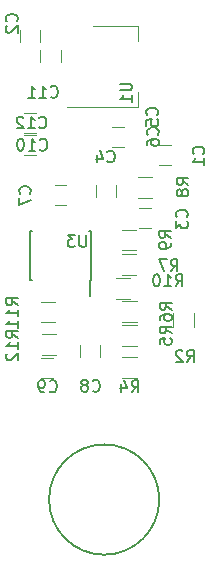
<source format=gbr>
G04 #@! TF.FileFunction,Legend,Bot*
%FSLAX46Y46*%
G04 Gerber Fmt 4.6, Leading zero omitted, Abs format (unit mm)*
G04 Created by KiCad (PCBNEW 4.0.4-stable) date 03/30/17 11:45:36*
%MOMM*%
%LPD*%
G01*
G04 APERTURE LIST*
%ADD10C,0.100000*%
%ADD11C,0.127000*%
%ADD12C,0.120000*%
%ADD13C,0.150000*%
G04 APERTURE END LIST*
D10*
D11*
X155736905Y-100885000D02*
G75*
G03X155736905Y-100885000I-4666905J0D01*
G01*
D12*
X146870000Y-74280000D02*
X147870000Y-74280000D01*
X147870000Y-75980000D02*
X146870000Y-75980000D01*
X153900000Y-60820000D02*
X153900000Y-62080000D01*
X153900000Y-67640000D02*
X153900000Y-66380000D01*
X150140000Y-60820000D02*
X153900000Y-60820000D01*
X147890000Y-67640000D02*
X153900000Y-67640000D01*
X153960000Y-75330000D02*
X155160000Y-75330000D01*
X155160000Y-73570000D02*
X153960000Y-73570000D01*
X156740000Y-72580000D02*
X155740000Y-72580000D01*
X155740000Y-70880000D02*
X156740000Y-70880000D01*
X155060000Y-77930000D02*
X154060000Y-77930000D01*
X154060000Y-76230000D02*
X155060000Y-76230000D01*
X152050000Y-74260000D02*
X152050000Y-75260000D01*
X150350000Y-75260000D02*
X150350000Y-74260000D01*
X151750000Y-67650000D02*
X152750000Y-67650000D01*
X152750000Y-69350000D02*
X151750000Y-69350000D01*
X151750000Y-69350000D02*
X152750000Y-69350000D01*
X152750000Y-71050000D02*
X151750000Y-71050000D01*
X146750000Y-90560000D02*
X145750000Y-90560000D01*
X145750000Y-88860000D02*
X146750000Y-88860000D01*
X145300000Y-71750000D02*
X144300000Y-71750000D01*
X144300000Y-70050000D02*
X145300000Y-70050000D01*
X153810000Y-88800000D02*
X152610000Y-88800000D01*
X152610000Y-90560000D02*
X153810000Y-90560000D01*
X152620000Y-87860000D02*
X153820000Y-87860000D01*
X153820000Y-86100000D02*
X152620000Y-86100000D01*
X153820000Y-84110000D02*
X152620000Y-84110000D01*
X152620000Y-85870000D02*
X153820000Y-85870000D01*
X153790000Y-80090000D02*
X152590000Y-80090000D01*
X152590000Y-81850000D02*
X153790000Y-81850000D01*
X152590000Y-79790000D02*
X153790000Y-79790000D01*
X153790000Y-78030000D02*
X152590000Y-78030000D01*
X152080000Y-83890000D02*
X153280000Y-83890000D01*
X153280000Y-82130000D02*
X152080000Y-82130000D01*
X145730000Y-85880000D02*
X146930000Y-85880000D01*
X146930000Y-84120000D02*
X145730000Y-84120000D01*
X145770000Y-88640000D02*
X146970000Y-88640000D01*
X146970000Y-86880000D02*
X145770000Y-86880000D01*
X143920000Y-62150000D02*
X143920000Y-61150000D01*
X145620000Y-61150000D02*
X145620000Y-62150000D01*
X148990000Y-88820000D02*
X148990000Y-87820000D01*
X150690000Y-87820000D02*
X150690000Y-88820000D01*
X145680000Y-63850000D02*
X145680000Y-62850000D01*
X147380000Y-62850000D02*
X147380000Y-63850000D01*
X158690000Y-86260000D02*
X158690000Y-85060000D01*
X156930000Y-85060000D02*
X156930000Y-86260000D01*
X145300000Y-69840000D02*
X144300000Y-69840000D01*
X144300000Y-68140000D02*
X145300000Y-68140000D01*
D13*
X149965000Y-82265000D02*
X149915000Y-82265000D01*
X149965000Y-78115000D02*
X149820000Y-78115000D01*
X144815000Y-78115000D02*
X144960000Y-78115000D01*
X144815000Y-82265000D02*
X144960000Y-82265000D01*
X149965000Y-82265000D02*
X149965000Y-78115000D01*
X144815000Y-82265000D02*
X144815000Y-78115000D01*
X149915000Y-82265000D02*
X149915000Y-83665000D01*
X144787143Y-74983334D02*
X144834762Y-74935715D01*
X144882381Y-74792858D01*
X144882381Y-74697620D01*
X144834762Y-74554762D01*
X144739524Y-74459524D01*
X144644286Y-74411905D01*
X144453810Y-74364286D01*
X144310952Y-74364286D01*
X144120476Y-74411905D01*
X144025238Y-74459524D01*
X143930000Y-74554762D01*
X143882381Y-74697620D01*
X143882381Y-74792858D01*
X143930000Y-74935715D01*
X143977619Y-74983334D01*
X143882381Y-75316667D02*
X143882381Y-75983334D01*
X144882381Y-75554762D01*
X152422381Y-65668095D02*
X153231905Y-65668095D01*
X153327143Y-65715714D01*
X153374762Y-65763333D01*
X153422381Y-65858571D01*
X153422381Y-66049048D01*
X153374762Y-66144286D01*
X153327143Y-66191905D01*
X153231905Y-66239524D01*
X152422381Y-66239524D01*
X153422381Y-67239524D02*
X153422381Y-66668095D01*
X153422381Y-66953809D02*
X152422381Y-66953809D01*
X152565238Y-66858571D01*
X152660476Y-66763333D01*
X152708095Y-66668095D01*
X158202381Y-74243334D02*
X157726190Y-73910000D01*
X158202381Y-73671905D02*
X157202381Y-73671905D01*
X157202381Y-74052858D01*
X157250000Y-74148096D01*
X157297619Y-74195715D01*
X157392857Y-74243334D01*
X157535714Y-74243334D01*
X157630952Y-74195715D01*
X157678571Y-74148096D01*
X157726190Y-74052858D01*
X157726190Y-73671905D01*
X157630952Y-74814762D02*
X157583333Y-74719524D01*
X157535714Y-74671905D01*
X157440476Y-74624286D01*
X157392857Y-74624286D01*
X157297619Y-74671905D01*
X157250000Y-74719524D01*
X157202381Y-74814762D01*
X157202381Y-75005239D01*
X157250000Y-75100477D01*
X157297619Y-75148096D01*
X157392857Y-75195715D01*
X157440476Y-75195715D01*
X157535714Y-75148096D01*
X157583333Y-75100477D01*
X157630952Y-75005239D01*
X157630952Y-74814762D01*
X157678571Y-74719524D01*
X157726190Y-74671905D01*
X157821429Y-74624286D01*
X158011905Y-74624286D01*
X158107143Y-74671905D01*
X158154762Y-74719524D01*
X158202381Y-74814762D01*
X158202381Y-75005239D01*
X158154762Y-75100477D01*
X158107143Y-75148096D01*
X158011905Y-75195715D01*
X157821429Y-75195715D01*
X157726190Y-75148096D01*
X157678571Y-75100477D01*
X157630952Y-75005239D01*
X159467143Y-71613334D02*
X159514762Y-71565715D01*
X159562381Y-71422858D01*
X159562381Y-71327620D01*
X159514762Y-71184762D01*
X159419524Y-71089524D01*
X159324286Y-71041905D01*
X159133810Y-70994286D01*
X158990952Y-70994286D01*
X158800476Y-71041905D01*
X158705238Y-71089524D01*
X158610000Y-71184762D01*
X158562381Y-71327620D01*
X158562381Y-71422858D01*
X158610000Y-71565715D01*
X158657619Y-71613334D01*
X159562381Y-72565715D02*
X159562381Y-71994286D01*
X159562381Y-72280000D02*
X158562381Y-72280000D01*
X158705238Y-72184762D01*
X158800476Y-72089524D01*
X158848095Y-71994286D01*
X158047143Y-76953334D02*
X158094762Y-76905715D01*
X158142381Y-76762858D01*
X158142381Y-76667620D01*
X158094762Y-76524762D01*
X157999524Y-76429524D01*
X157904286Y-76381905D01*
X157713810Y-76334286D01*
X157570952Y-76334286D01*
X157380476Y-76381905D01*
X157285238Y-76429524D01*
X157190000Y-76524762D01*
X157142381Y-76667620D01*
X157142381Y-76762858D01*
X157190000Y-76905715D01*
X157237619Y-76953334D01*
X157142381Y-77286667D02*
X157142381Y-77905715D01*
X157523333Y-77572381D01*
X157523333Y-77715239D01*
X157570952Y-77810477D01*
X157618571Y-77858096D01*
X157713810Y-77905715D01*
X157951905Y-77905715D01*
X158047143Y-77858096D01*
X158094762Y-77810477D01*
X158142381Y-77715239D01*
X158142381Y-77429524D01*
X158094762Y-77334286D01*
X158047143Y-77286667D01*
X151346666Y-72247143D02*
X151394285Y-72294762D01*
X151537142Y-72342381D01*
X151632380Y-72342381D01*
X151775238Y-72294762D01*
X151870476Y-72199524D01*
X151918095Y-72104286D01*
X151965714Y-71913810D01*
X151965714Y-71770952D01*
X151918095Y-71580476D01*
X151870476Y-71485238D01*
X151775238Y-71390000D01*
X151632380Y-71342381D01*
X151537142Y-71342381D01*
X151394285Y-71390000D01*
X151346666Y-71437619D01*
X150489523Y-71675714D02*
X150489523Y-72342381D01*
X150727619Y-71294762D02*
X150965714Y-72009048D01*
X150346666Y-72009048D01*
X155547143Y-68313334D02*
X155594762Y-68265715D01*
X155642381Y-68122858D01*
X155642381Y-68027620D01*
X155594762Y-67884762D01*
X155499524Y-67789524D01*
X155404286Y-67741905D01*
X155213810Y-67694286D01*
X155070952Y-67694286D01*
X154880476Y-67741905D01*
X154785238Y-67789524D01*
X154690000Y-67884762D01*
X154642381Y-68027620D01*
X154642381Y-68122858D01*
X154690000Y-68265715D01*
X154737619Y-68313334D01*
X154642381Y-69218096D02*
X154642381Y-68741905D01*
X155118571Y-68694286D01*
X155070952Y-68741905D01*
X155023333Y-68837143D01*
X155023333Y-69075239D01*
X155070952Y-69170477D01*
X155118571Y-69218096D01*
X155213810Y-69265715D01*
X155451905Y-69265715D01*
X155547143Y-69218096D01*
X155594762Y-69170477D01*
X155642381Y-69075239D01*
X155642381Y-68837143D01*
X155594762Y-68741905D01*
X155547143Y-68694286D01*
X155597143Y-69993334D02*
X155644762Y-69945715D01*
X155692381Y-69802858D01*
X155692381Y-69707620D01*
X155644762Y-69564762D01*
X155549524Y-69469524D01*
X155454286Y-69421905D01*
X155263810Y-69374286D01*
X155120952Y-69374286D01*
X154930476Y-69421905D01*
X154835238Y-69469524D01*
X154740000Y-69564762D01*
X154692381Y-69707620D01*
X154692381Y-69802858D01*
X154740000Y-69945715D01*
X154787619Y-69993334D01*
X154692381Y-70850477D02*
X154692381Y-70660000D01*
X154740000Y-70564762D01*
X154787619Y-70517143D01*
X154930476Y-70421905D01*
X155120952Y-70374286D01*
X155501905Y-70374286D01*
X155597143Y-70421905D01*
X155644762Y-70469524D01*
X155692381Y-70564762D01*
X155692381Y-70755239D01*
X155644762Y-70850477D01*
X155597143Y-70898096D01*
X155501905Y-70945715D01*
X155263810Y-70945715D01*
X155168571Y-70898096D01*
X155120952Y-70850477D01*
X155073333Y-70755239D01*
X155073333Y-70564762D01*
X155120952Y-70469524D01*
X155168571Y-70421905D01*
X155263810Y-70374286D01*
X146446666Y-91697143D02*
X146494285Y-91744762D01*
X146637142Y-91792381D01*
X146732380Y-91792381D01*
X146875238Y-91744762D01*
X146970476Y-91649524D01*
X147018095Y-91554286D01*
X147065714Y-91363810D01*
X147065714Y-91220952D01*
X147018095Y-91030476D01*
X146970476Y-90935238D01*
X146875238Y-90840000D01*
X146732380Y-90792381D01*
X146637142Y-90792381D01*
X146494285Y-90840000D01*
X146446666Y-90887619D01*
X145970476Y-91792381D02*
X145780000Y-91792381D01*
X145684761Y-91744762D01*
X145637142Y-91697143D01*
X145541904Y-91554286D01*
X145494285Y-91363810D01*
X145494285Y-90982857D01*
X145541904Y-90887619D01*
X145589523Y-90840000D01*
X145684761Y-90792381D01*
X145875238Y-90792381D01*
X145970476Y-90840000D01*
X146018095Y-90887619D01*
X146065714Y-90982857D01*
X146065714Y-91220952D01*
X146018095Y-91316190D01*
X145970476Y-91363810D01*
X145875238Y-91411429D01*
X145684761Y-91411429D01*
X145589523Y-91363810D01*
X145541904Y-91316190D01*
X145494285Y-91220952D01*
X145622857Y-71237143D02*
X145670476Y-71284762D01*
X145813333Y-71332381D01*
X145908571Y-71332381D01*
X146051429Y-71284762D01*
X146146667Y-71189524D01*
X146194286Y-71094286D01*
X146241905Y-70903810D01*
X146241905Y-70760952D01*
X146194286Y-70570476D01*
X146146667Y-70475238D01*
X146051429Y-70380000D01*
X145908571Y-70332381D01*
X145813333Y-70332381D01*
X145670476Y-70380000D01*
X145622857Y-70427619D01*
X144670476Y-71332381D02*
X145241905Y-71332381D01*
X144956191Y-71332381D02*
X144956191Y-70332381D01*
X145051429Y-70475238D01*
X145146667Y-70570476D01*
X145241905Y-70618095D01*
X144051429Y-70332381D02*
X143956190Y-70332381D01*
X143860952Y-70380000D01*
X143813333Y-70427619D01*
X143765714Y-70522857D01*
X143718095Y-70713333D01*
X143718095Y-70951429D01*
X143765714Y-71141905D01*
X143813333Y-71237143D01*
X143860952Y-71284762D01*
X143956190Y-71332381D01*
X144051429Y-71332381D01*
X144146667Y-71284762D01*
X144194286Y-71237143D01*
X144241905Y-71141905D01*
X144289524Y-70951429D01*
X144289524Y-70713333D01*
X144241905Y-70522857D01*
X144194286Y-70427619D01*
X144146667Y-70380000D01*
X144051429Y-70332381D01*
X153396666Y-91792381D02*
X153730000Y-91316190D01*
X153968095Y-91792381D02*
X153968095Y-90792381D01*
X153587142Y-90792381D01*
X153491904Y-90840000D01*
X153444285Y-90887619D01*
X153396666Y-90982857D01*
X153396666Y-91125714D01*
X153444285Y-91220952D01*
X153491904Y-91268571D01*
X153587142Y-91316190D01*
X153968095Y-91316190D01*
X152539523Y-91125714D02*
X152539523Y-91792381D01*
X152777619Y-90744762D02*
X153015714Y-91459048D01*
X152396666Y-91459048D01*
X156782381Y-86823334D02*
X156306190Y-86490000D01*
X156782381Y-86251905D02*
X155782381Y-86251905D01*
X155782381Y-86632858D01*
X155830000Y-86728096D01*
X155877619Y-86775715D01*
X155972857Y-86823334D01*
X156115714Y-86823334D01*
X156210952Y-86775715D01*
X156258571Y-86728096D01*
X156306190Y-86632858D01*
X156306190Y-86251905D01*
X155782381Y-87728096D02*
X155782381Y-87251905D01*
X156258571Y-87204286D01*
X156210952Y-87251905D01*
X156163333Y-87347143D01*
X156163333Y-87585239D01*
X156210952Y-87680477D01*
X156258571Y-87728096D01*
X156353810Y-87775715D01*
X156591905Y-87775715D01*
X156687143Y-87728096D01*
X156734762Y-87680477D01*
X156782381Y-87585239D01*
X156782381Y-87347143D01*
X156734762Y-87251905D01*
X156687143Y-87204286D01*
X156782381Y-84793334D02*
X156306190Y-84460000D01*
X156782381Y-84221905D02*
X155782381Y-84221905D01*
X155782381Y-84602858D01*
X155830000Y-84698096D01*
X155877619Y-84745715D01*
X155972857Y-84793334D01*
X156115714Y-84793334D01*
X156210952Y-84745715D01*
X156258571Y-84698096D01*
X156306190Y-84602858D01*
X156306190Y-84221905D01*
X155782381Y-85650477D02*
X155782381Y-85460000D01*
X155830000Y-85364762D01*
X155877619Y-85317143D01*
X156020476Y-85221905D01*
X156210952Y-85174286D01*
X156591905Y-85174286D01*
X156687143Y-85221905D01*
X156734762Y-85269524D01*
X156782381Y-85364762D01*
X156782381Y-85555239D01*
X156734762Y-85650477D01*
X156687143Y-85698096D01*
X156591905Y-85745715D01*
X156353810Y-85745715D01*
X156258571Y-85698096D01*
X156210952Y-85650477D01*
X156163333Y-85555239D01*
X156163333Y-85364762D01*
X156210952Y-85269524D01*
X156258571Y-85221905D01*
X156353810Y-85174286D01*
X156696666Y-81552381D02*
X157030000Y-81076190D01*
X157268095Y-81552381D02*
X157268095Y-80552381D01*
X156887142Y-80552381D01*
X156791904Y-80600000D01*
X156744285Y-80647619D01*
X156696666Y-80742857D01*
X156696666Y-80885714D01*
X156744285Y-80980952D01*
X156791904Y-81028571D01*
X156887142Y-81076190D01*
X157268095Y-81076190D01*
X156363333Y-80552381D02*
X155696666Y-80552381D01*
X156125238Y-81552381D01*
X156722381Y-78713334D02*
X156246190Y-78380000D01*
X156722381Y-78141905D02*
X155722381Y-78141905D01*
X155722381Y-78522858D01*
X155770000Y-78618096D01*
X155817619Y-78665715D01*
X155912857Y-78713334D01*
X156055714Y-78713334D01*
X156150952Y-78665715D01*
X156198571Y-78618096D01*
X156246190Y-78522858D01*
X156246190Y-78141905D01*
X156722381Y-79189524D02*
X156722381Y-79380000D01*
X156674762Y-79475239D01*
X156627143Y-79522858D01*
X156484286Y-79618096D01*
X156293810Y-79665715D01*
X155912857Y-79665715D01*
X155817619Y-79618096D01*
X155770000Y-79570477D01*
X155722381Y-79475239D01*
X155722381Y-79284762D01*
X155770000Y-79189524D01*
X155817619Y-79141905D01*
X155912857Y-79094286D01*
X156150952Y-79094286D01*
X156246190Y-79141905D01*
X156293810Y-79189524D01*
X156341429Y-79284762D01*
X156341429Y-79475239D01*
X156293810Y-79570477D01*
X156246190Y-79618096D01*
X156150952Y-79665715D01*
X157112857Y-82822381D02*
X157446191Y-82346190D01*
X157684286Y-82822381D02*
X157684286Y-81822381D01*
X157303333Y-81822381D01*
X157208095Y-81870000D01*
X157160476Y-81917619D01*
X157112857Y-82012857D01*
X157112857Y-82155714D01*
X157160476Y-82250952D01*
X157208095Y-82298571D01*
X157303333Y-82346190D01*
X157684286Y-82346190D01*
X156160476Y-82822381D02*
X156731905Y-82822381D01*
X156446191Y-82822381D02*
X156446191Y-81822381D01*
X156541429Y-81965238D01*
X156636667Y-82060476D01*
X156731905Y-82108095D01*
X155541429Y-81822381D02*
X155446190Y-81822381D01*
X155350952Y-81870000D01*
X155303333Y-81917619D01*
X155255714Y-82012857D01*
X155208095Y-82203333D01*
X155208095Y-82441429D01*
X155255714Y-82631905D01*
X155303333Y-82727143D01*
X155350952Y-82774762D01*
X155446190Y-82822381D01*
X155541429Y-82822381D01*
X155636667Y-82774762D01*
X155684286Y-82727143D01*
X155731905Y-82631905D01*
X155779524Y-82441429D01*
X155779524Y-82203333D01*
X155731905Y-82012857D01*
X155684286Y-81917619D01*
X155636667Y-81870000D01*
X155541429Y-81822381D01*
X143782381Y-84427143D02*
X143306190Y-84093809D01*
X143782381Y-83855714D02*
X142782381Y-83855714D01*
X142782381Y-84236667D01*
X142830000Y-84331905D01*
X142877619Y-84379524D01*
X142972857Y-84427143D01*
X143115714Y-84427143D01*
X143210952Y-84379524D01*
X143258571Y-84331905D01*
X143306190Y-84236667D01*
X143306190Y-83855714D01*
X143782381Y-85379524D02*
X143782381Y-84808095D01*
X143782381Y-85093809D02*
X142782381Y-85093809D01*
X142925238Y-84998571D01*
X143020476Y-84903333D01*
X143068095Y-84808095D01*
X143782381Y-86331905D02*
X143782381Y-85760476D01*
X143782381Y-86046190D02*
X142782381Y-86046190D01*
X142925238Y-85950952D01*
X143020476Y-85855714D01*
X143068095Y-85760476D01*
X143782381Y-87197143D02*
X143306190Y-86863809D01*
X143782381Y-86625714D02*
X142782381Y-86625714D01*
X142782381Y-87006667D01*
X142830000Y-87101905D01*
X142877619Y-87149524D01*
X142972857Y-87197143D01*
X143115714Y-87197143D01*
X143210952Y-87149524D01*
X143258571Y-87101905D01*
X143306190Y-87006667D01*
X143306190Y-86625714D01*
X143782381Y-88149524D02*
X143782381Y-87578095D01*
X143782381Y-87863809D02*
X142782381Y-87863809D01*
X142925238Y-87768571D01*
X143020476Y-87673333D01*
X143068095Y-87578095D01*
X142877619Y-88530476D02*
X142830000Y-88578095D01*
X142782381Y-88673333D01*
X142782381Y-88911429D01*
X142830000Y-89006667D01*
X142877619Y-89054286D01*
X142972857Y-89101905D01*
X143068095Y-89101905D01*
X143210952Y-89054286D01*
X143782381Y-88482857D01*
X143782381Y-89101905D01*
X143657143Y-60403334D02*
X143704762Y-60355715D01*
X143752381Y-60212858D01*
X143752381Y-60117620D01*
X143704762Y-59974762D01*
X143609524Y-59879524D01*
X143514286Y-59831905D01*
X143323810Y-59784286D01*
X143180952Y-59784286D01*
X142990476Y-59831905D01*
X142895238Y-59879524D01*
X142800000Y-59974762D01*
X142752381Y-60117620D01*
X142752381Y-60212858D01*
X142800000Y-60355715D01*
X142847619Y-60403334D01*
X142847619Y-60784286D02*
X142800000Y-60831905D01*
X142752381Y-60927143D01*
X142752381Y-61165239D01*
X142800000Y-61260477D01*
X142847619Y-61308096D01*
X142942857Y-61355715D01*
X143038095Y-61355715D01*
X143180952Y-61308096D01*
X143752381Y-60736667D01*
X143752381Y-61355715D01*
X150086666Y-91657143D02*
X150134285Y-91704762D01*
X150277142Y-91752381D01*
X150372380Y-91752381D01*
X150515238Y-91704762D01*
X150610476Y-91609524D01*
X150658095Y-91514286D01*
X150705714Y-91323810D01*
X150705714Y-91180952D01*
X150658095Y-90990476D01*
X150610476Y-90895238D01*
X150515238Y-90800000D01*
X150372380Y-90752381D01*
X150277142Y-90752381D01*
X150134285Y-90800000D01*
X150086666Y-90847619D01*
X149515238Y-91180952D02*
X149610476Y-91133333D01*
X149658095Y-91085714D01*
X149705714Y-90990476D01*
X149705714Y-90942857D01*
X149658095Y-90847619D01*
X149610476Y-90800000D01*
X149515238Y-90752381D01*
X149324761Y-90752381D01*
X149229523Y-90800000D01*
X149181904Y-90847619D01*
X149134285Y-90942857D01*
X149134285Y-90990476D01*
X149181904Y-91085714D01*
X149229523Y-91133333D01*
X149324761Y-91180952D01*
X149515238Y-91180952D01*
X149610476Y-91228571D01*
X149658095Y-91276190D01*
X149705714Y-91371429D01*
X149705714Y-91561905D01*
X149658095Y-91657143D01*
X149610476Y-91704762D01*
X149515238Y-91752381D01*
X149324761Y-91752381D01*
X149229523Y-91704762D01*
X149181904Y-91657143D01*
X149134285Y-91561905D01*
X149134285Y-91371429D01*
X149181904Y-91276190D01*
X149229523Y-91228571D01*
X149324761Y-91180952D01*
X146542857Y-66767143D02*
X146590476Y-66814762D01*
X146733333Y-66862381D01*
X146828571Y-66862381D01*
X146971429Y-66814762D01*
X147066667Y-66719524D01*
X147114286Y-66624286D01*
X147161905Y-66433810D01*
X147161905Y-66290952D01*
X147114286Y-66100476D01*
X147066667Y-66005238D01*
X146971429Y-65910000D01*
X146828571Y-65862381D01*
X146733333Y-65862381D01*
X146590476Y-65910000D01*
X146542857Y-65957619D01*
X145590476Y-66862381D02*
X146161905Y-66862381D01*
X145876191Y-66862381D02*
X145876191Y-65862381D01*
X145971429Y-66005238D01*
X146066667Y-66100476D01*
X146161905Y-66148095D01*
X144638095Y-66862381D02*
X145209524Y-66862381D01*
X144923810Y-66862381D02*
X144923810Y-65862381D01*
X145019048Y-66005238D01*
X145114286Y-66100476D01*
X145209524Y-66148095D01*
X158066666Y-89222381D02*
X158400000Y-88746190D01*
X158638095Y-89222381D02*
X158638095Y-88222381D01*
X158257142Y-88222381D01*
X158161904Y-88270000D01*
X158114285Y-88317619D01*
X158066666Y-88412857D01*
X158066666Y-88555714D01*
X158114285Y-88650952D01*
X158161904Y-88698571D01*
X158257142Y-88746190D01*
X158638095Y-88746190D01*
X157685714Y-88317619D02*
X157638095Y-88270000D01*
X157542857Y-88222381D01*
X157304761Y-88222381D01*
X157209523Y-88270000D01*
X157161904Y-88317619D01*
X157114285Y-88412857D01*
X157114285Y-88508095D01*
X157161904Y-88650952D01*
X157733333Y-89222381D01*
X157114285Y-89222381D01*
X145562857Y-69367143D02*
X145610476Y-69414762D01*
X145753333Y-69462381D01*
X145848571Y-69462381D01*
X145991429Y-69414762D01*
X146086667Y-69319524D01*
X146134286Y-69224286D01*
X146181905Y-69033810D01*
X146181905Y-68890952D01*
X146134286Y-68700476D01*
X146086667Y-68605238D01*
X145991429Y-68510000D01*
X145848571Y-68462381D01*
X145753333Y-68462381D01*
X145610476Y-68510000D01*
X145562857Y-68557619D01*
X144610476Y-69462381D02*
X145181905Y-69462381D01*
X144896191Y-69462381D02*
X144896191Y-68462381D01*
X144991429Y-68605238D01*
X145086667Y-68700476D01*
X145181905Y-68748095D01*
X144229524Y-68557619D02*
X144181905Y-68510000D01*
X144086667Y-68462381D01*
X143848571Y-68462381D01*
X143753333Y-68510000D01*
X143705714Y-68557619D01*
X143658095Y-68652857D01*
X143658095Y-68748095D01*
X143705714Y-68890952D01*
X144277143Y-69462381D01*
X143658095Y-69462381D01*
X149551905Y-78482381D02*
X149551905Y-79291905D01*
X149504286Y-79387143D01*
X149456667Y-79434762D01*
X149361429Y-79482381D01*
X149170952Y-79482381D01*
X149075714Y-79434762D01*
X149028095Y-79387143D01*
X148980476Y-79291905D01*
X148980476Y-78482381D01*
X148599524Y-78482381D02*
X147980476Y-78482381D01*
X148313810Y-78863333D01*
X148170952Y-78863333D01*
X148075714Y-78910952D01*
X148028095Y-78958571D01*
X147980476Y-79053810D01*
X147980476Y-79291905D01*
X148028095Y-79387143D01*
X148075714Y-79434762D01*
X148170952Y-79482381D01*
X148456667Y-79482381D01*
X148551905Y-79434762D01*
X148599524Y-79387143D01*
M02*

</source>
